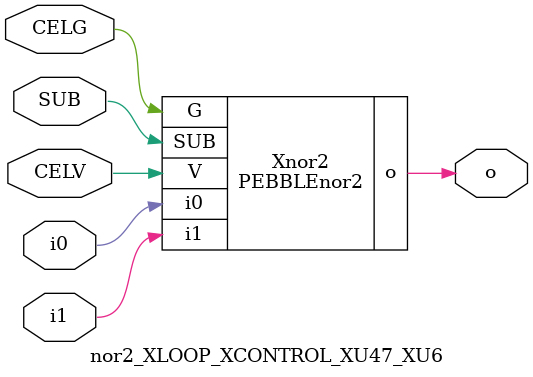
<source format=v>



module PEBBLEnor2 ( o, G, SUB, V, i0, i1 );

  input i0;
  input V;
  input i1;
  input G;
  output o;
  input SUB;
endmodule

//Celera Confidential Do Not Copy nor2_XLOOP_XCONTROL_XU47_XU6
//Celera Confidential Symbol Generator
//nor2
module nor2_XLOOP_XCONTROL_XU47_XU6 (CELV,CELG,i0,i1,o,SUB);
input CELV;
input CELG;
input i0;
input i1;
input SUB;
output o;

//Celera Confidential Do Not Copy nor2
PEBBLEnor2 Xnor2(
.V (CELV),
.i0 (i0),
.i1 (i1),
.o (o),
.SUB (SUB),
.G (CELG)
);
//,diesize,PEBBLEnor2

//Celera Confidential Do Not Copy Module End
//Celera Schematic Generator
endmodule

</source>
